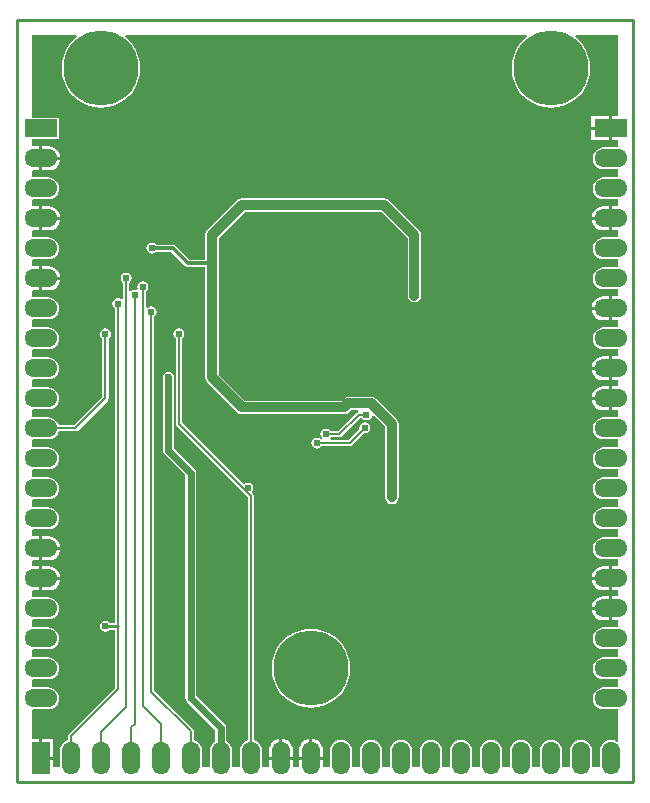
<source format=gbl>
G04*
G04 #@! TF.GenerationSoftware,Altium Limited,Altium Designer,19.0.14 (431)*
G04*
G04 Layer_Physical_Order=2*
G04 Layer_Color=16711680*
%FSLAX25Y25*%
%MOIN*%
G70*
G01*
G75*
%ADD13C,0.01000*%
%ADD42C,0.00800*%
%ADD43C,0.02400*%
%ADD45C,0.03200*%
%ADD46C,0.01200*%
%ADD50C,0.25000*%
%ADD51R,0.11000X0.06000*%
%ADD52O,0.11000X0.06000*%
%ADD53R,0.06000X0.11000*%
%ADD54O,0.06000X0.11000*%
%ADD55C,0.02400*%
%ADD56C,0.01968*%
G36*
X200457Y222000D02*
X198500D01*
Y218000D01*
Y214000D01*
X200457D01*
Y211631D01*
X195500D01*
X194560Y211507D01*
X193684Y211145D01*
X192932Y210567D01*
X192355Y209816D01*
X191993Y208940D01*
X191869Y208000D01*
X191993Y207060D01*
X192355Y206185D01*
X192932Y205433D01*
X193684Y204855D01*
X194560Y204493D01*
X195500Y204369D01*
X200457D01*
Y201631D01*
X195500D01*
X194560Y201507D01*
X193684Y201145D01*
X192932Y200568D01*
X192355Y199815D01*
X191993Y198940D01*
X191869Y198000D01*
X191993Y197060D01*
X192355Y196185D01*
X192932Y195432D01*
X193684Y194855D01*
X194560Y194493D01*
X195500Y194369D01*
X200457D01*
Y192034D01*
X198500D01*
Y188000D01*
Y183966D01*
X200457D01*
Y181631D01*
X195500D01*
X194560Y181507D01*
X193684Y181145D01*
X192932Y180568D01*
X192355Y179815D01*
X191993Y178940D01*
X191869Y178000D01*
X191993Y177060D01*
X192355Y176184D01*
X192932Y175432D01*
X193684Y174855D01*
X194560Y174493D01*
X195500Y174369D01*
X200457D01*
Y171631D01*
X195500D01*
X194560Y171507D01*
X193684Y171145D01*
X192932Y170568D01*
X192355Y169816D01*
X191993Y168940D01*
X191869Y168000D01*
X191993Y167060D01*
X192355Y166184D01*
X192932Y165432D01*
X193684Y164855D01*
X194560Y164493D01*
X195500Y164369D01*
X200457D01*
Y162034D01*
X198500D01*
Y158000D01*
Y153965D01*
X200457D01*
Y151631D01*
X195500D01*
X194560Y151507D01*
X193684Y151145D01*
X192932Y150568D01*
X192355Y149815D01*
X191993Y148940D01*
X191869Y148000D01*
X191993Y147060D01*
X192355Y146185D01*
X192932Y145432D01*
X193684Y144855D01*
X194560Y144493D01*
X195500Y144369D01*
X200457D01*
Y142034D01*
X198500D01*
Y138000D01*
Y133966D01*
X200457D01*
Y132035D01*
X198500D01*
Y128000D01*
Y123966D01*
X200457D01*
Y121631D01*
X195500D01*
X194560Y121507D01*
X193684Y121145D01*
X192932Y120568D01*
X192355Y119816D01*
X191993Y118940D01*
X191869Y118000D01*
X191993Y117060D01*
X192355Y116184D01*
X192932Y115432D01*
X193684Y114855D01*
X194560Y114493D01*
X195500Y114369D01*
X200457D01*
Y111631D01*
X195500D01*
X194560Y111507D01*
X193684Y111145D01*
X192932Y110568D01*
X192355Y109816D01*
X191993Y108940D01*
X191869Y108000D01*
X191993Y107060D01*
X192355Y106184D01*
X192932Y105432D01*
X193684Y104855D01*
X194560Y104493D01*
X195500Y104369D01*
X200457D01*
Y101631D01*
X195500D01*
X194560Y101507D01*
X193684Y101145D01*
X192932Y100568D01*
X192355Y99815D01*
X191993Y98940D01*
X191869Y98000D01*
X191993Y97060D01*
X192355Y96184D01*
X192932Y95432D01*
X193684Y94855D01*
X194560Y94493D01*
X195500Y94369D01*
X200457D01*
Y91631D01*
X195500D01*
X194560Y91507D01*
X193684Y91145D01*
X192932Y90568D01*
X192355Y89815D01*
X191993Y88940D01*
X191869Y88000D01*
X191993Y87060D01*
X192355Y86185D01*
X192932Y85432D01*
X193684Y84855D01*
X194560Y84493D01*
X195500Y84369D01*
X200457D01*
Y81631D01*
X195500D01*
X194560Y81507D01*
X193684Y81145D01*
X192932Y80568D01*
X192355Y79816D01*
X191993Y78940D01*
X191869Y78000D01*
X191993Y77060D01*
X192355Y76184D01*
X192932Y75432D01*
X193684Y74855D01*
X194560Y74493D01*
X195500Y74369D01*
X200457D01*
Y72035D01*
X198500D01*
Y68000D01*
Y63965D01*
X200457D01*
Y62034D01*
X198500D01*
Y58000D01*
Y53966D01*
X200457D01*
Y51631D01*
X195500D01*
X194560Y51507D01*
X193684Y51145D01*
X192932Y50568D01*
X192355Y49815D01*
X191993Y48940D01*
X191869Y48000D01*
X191993Y47060D01*
X192355Y46185D01*
X192932Y45432D01*
X193684Y44855D01*
X194560Y44493D01*
X195500Y44369D01*
X200457D01*
Y41631D01*
X195500D01*
X194560Y41507D01*
X193684Y41145D01*
X192932Y40567D01*
X192355Y39816D01*
X191993Y38940D01*
X191869Y38000D01*
X191993Y37060D01*
X192355Y36184D01*
X192932Y35432D01*
X193684Y34855D01*
X194560Y34493D01*
X195500Y34369D01*
X200457D01*
Y31631D01*
X195500D01*
X194560Y31507D01*
X193684Y31145D01*
X192932Y30567D01*
X192355Y29816D01*
X191993Y28940D01*
X191869Y28000D01*
X191993Y27060D01*
X192355Y26184D01*
X192932Y25433D01*
X193684Y24855D01*
X194560Y24493D01*
X195500Y24369D01*
X200457D01*
Y13831D01*
X199919Y13565D01*
X199815Y13645D01*
X198940Y14007D01*
X198000Y14131D01*
X197060Y14007D01*
X196185Y13645D01*
X195432Y13068D01*
X194855Y12315D01*
X194493Y11440D01*
X194369Y10500D01*
Y5500D01*
X194370Y5494D01*
X193974Y5043D01*
X192026D01*
X191630Y5494D01*
X191631Y5500D01*
Y10500D01*
X191507Y11440D01*
X191145Y12315D01*
X190568Y13068D01*
X189815Y13645D01*
X188940Y14007D01*
X188000Y14131D01*
X187060Y14007D01*
X186185Y13645D01*
X185432Y13068D01*
X184855Y12315D01*
X184493Y11440D01*
X184369Y10500D01*
Y5500D01*
X184370Y5494D01*
X183974Y5043D01*
X182026D01*
X181630Y5494D01*
X181631Y5500D01*
Y10500D01*
X181507Y11440D01*
X181145Y12315D01*
X180568Y13068D01*
X179815Y13645D01*
X178940Y14007D01*
X178000Y14131D01*
X177060Y14007D01*
X176184Y13645D01*
X175432Y13068D01*
X174855Y12315D01*
X174493Y11440D01*
X174369Y10500D01*
Y5500D01*
X174370Y5494D01*
X173974Y5043D01*
X172026D01*
X171630Y5494D01*
X171631Y5500D01*
Y10500D01*
X171507Y11440D01*
X171145Y12315D01*
X170568Y13068D01*
X169816Y13645D01*
X168940Y14007D01*
X168000Y14131D01*
X167060Y14007D01*
X166184Y13645D01*
X165432Y13068D01*
X164855Y12315D01*
X164493Y11440D01*
X164369Y10500D01*
Y5500D01*
X164370Y5494D01*
X163974Y5043D01*
X162026D01*
X161630Y5494D01*
X161631Y5500D01*
Y10500D01*
X161507Y11440D01*
X161145Y12315D01*
X160568Y13068D01*
X159816Y13645D01*
X158940Y14007D01*
X158000Y14131D01*
X157060Y14007D01*
X156184Y13645D01*
X155432Y13068D01*
X154855Y12315D01*
X154493Y11440D01*
X154369Y10500D01*
Y5500D01*
X154370Y5494D01*
X153974Y5043D01*
X152026D01*
X151630Y5494D01*
X151631Y5500D01*
Y10500D01*
X151507Y11440D01*
X151145Y12315D01*
X150568Y13068D01*
X149815Y13645D01*
X148940Y14007D01*
X148000Y14131D01*
X147060Y14007D01*
X146185Y13645D01*
X145432Y13068D01*
X144855Y12315D01*
X144493Y11440D01*
X144369Y10500D01*
Y5500D01*
X144370Y5494D01*
X143974Y5043D01*
X142026D01*
X141630Y5494D01*
X141631Y5500D01*
Y10500D01*
X141507Y11440D01*
X141145Y12315D01*
X140568Y13068D01*
X139815Y13645D01*
X138940Y14007D01*
X138000Y14131D01*
X137060Y14007D01*
X136185Y13645D01*
X135432Y13068D01*
X134855Y12315D01*
X134493Y11440D01*
X134369Y10500D01*
Y5500D01*
X134370Y5494D01*
X133974Y5043D01*
X132026D01*
X131630Y5494D01*
X131631Y5500D01*
Y10500D01*
X131507Y11440D01*
X131145Y12315D01*
X130568Y13068D01*
X129815Y13645D01*
X128940Y14007D01*
X128000Y14131D01*
X127060Y14007D01*
X126184Y13645D01*
X125432Y13068D01*
X124855Y12315D01*
X124493Y11440D01*
X124369Y10500D01*
Y5500D01*
X124370Y5494D01*
X123974Y5043D01*
X122026D01*
X121630Y5494D01*
X121631Y5500D01*
Y10500D01*
X121507Y11440D01*
X121145Y12315D01*
X120568Y13068D01*
X119816Y13645D01*
X118940Y14007D01*
X118000Y14131D01*
X117060Y14007D01*
X116184Y13645D01*
X115432Y13068D01*
X114855Y12315D01*
X114493Y11440D01*
X114369Y10500D01*
Y5500D01*
X114370Y5494D01*
X113974Y5043D01*
X112026D01*
X111630Y5494D01*
X111631Y5500D01*
Y10500D01*
X111507Y11440D01*
X111145Y12315D01*
X110568Y13068D01*
X109816Y13645D01*
X108940Y14007D01*
X108000Y14131D01*
X107060Y14007D01*
X106184Y13645D01*
X105432Y13068D01*
X104855Y12315D01*
X104493Y11440D01*
X104369Y10500D01*
Y5500D01*
X104370Y5494D01*
X103974Y5043D01*
X102429D01*
X102034Y5494D01*
X102034Y5500D01*
Y7500D01*
X98000D01*
X93966D01*
Y5500D01*
X93966Y5494D01*
X93571Y5043D01*
X92429D01*
X92034Y5494D01*
X92035Y5500D01*
Y7500D01*
X88000D01*
X83965D01*
Y5500D01*
X83966Y5494D01*
X83571Y5043D01*
X82026D01*
X81630Y5494D01*
X81631Y5500D01*
Y10500D01*
X81507Y11440D01*
X81145Y12315D01*
X80568Y13068D01*
X79816Y13645D01*
X79020Y13974D01*
Y95500D01*
X78942Y95890D01*
X78721Y96221D01*
X78293Y96649D01*
X78298Y96702D01*
X78696Y97298D01*
X78835Y98000D01*
X78696Y98702D01*
X78298Y99298D01*
X77702Y99696D01*
X77000Y99835D01*
X76298Y99696D01*
X75702Y99298D01*
X75649Y99292D01*
X55020Y119922D01*
Y148016D01*
X55298Y148202D01*
X55696Y148798D01*
X55835Y149500D01*
X55696Y150202D01*
X55298Y150798D01*
X54702Y151196D01*
X54000Y151335D01*
X53298Y151196D01*
X52702Y150798D01*
X52304Y150202D01*
X52165Y149500D01*
X52304Y148798D01*
X52702Y148202D01*
X52980Y148016D01*
Y119500D01*
X53058Y119110D01*
X53279Y118779D01*
X76980Y95078D01*
Y13974D01*
X76184Y13645D01*
X75432Y13068D01*
X74855Y12315D01*
X74493Y11440D01*
X74369Y10500D01*
Y5500D01*
X74370Y5494D01*
X73974Y5043D01*
X72026D01*
X71630Y5494D01*
X71631Y5500D01*
Y10500D01*
X71507Y11440D01*
X71145Y12315D01*
X70568Y13068D01*
X69835Y13629D01*
Y18000D01*
X69696Y18702D01*
X69298Y19298D01*
X59835Y28760D01*
Y103103D01*
X59696Y103805D01*
X59298Y104401D01*
X52335Y111363D01*
Y135000D01*
X52196Y135702D01*
X51798Y136298D01*
X51202Y136696D01*
X50500Y136835D01*
X49798Y136696D01*
X49202Y136298D01*
X48804Y135702D01*
X48665Y135000D01*
Y110603D01*
X48804Y109901D01*
X49202Y109305D01*
X56165Y102343D01*
Y28000D01*
X56304Y27298D01*
X56702Y26702D01*
X66165Y17240D01*
Y13629D01*
X65432Y13068D01*
X64855Y12315D01*
X64493Y11440D01*
X64369Y10500D01*
Y5500D01*
X64370Y5494D01*
X63974Y5043D01*
X62026D01*
X61630Y5494D01*
X61631Y5500D01*
Y10500D01*
X61507Y11440D01*
X61145Y12315D01*
X60568Y13068D01*
X59816Y13645D01*
X59020Y13974D01*
Y17000D01*
X58942Y17390D01*
X58721Y17721D01*
X45820Y30622D01*
Y155316D01*
X46098Y155502D01*
X46496Y156098D01*
X46635Y156800D01*
X46496Y157502D01*
X46098Y158098D01*
X45502Y158496D01*
X44800Y158635D01*
X44098Y158496D01*
X43620Y158176D01*
X43198Y158314D01*
X43020Y158442D01*
Y163716D01*
X43298Y163902D01*
X43696Y164498D01*
X43835Y165200D01*
X43696Y165902D01*
X43298Y166498D01*
X42702Y166896D01*
X42000Y167035D01*
X41298Y166896D01*
X40702Y166498D01*
X40304Y165902D01*
X40165Y165200D01*
X40293Y164556D01*
X40090Y164310D01*
X39844Y164107D01*
X39200Y164235D01*
X38498Y164096D01*
X38020Y163776D01*
X37598Y163914D01*
X37420Y164042D01*
Y166516D01*
X37698Y166702D01*
X38096Y167298D01*
X38235Y168000D01*
X38096Y168702D01*
X37698Y169298D01*
X37102Y169696D01*
X36400Y169835D01*
X35698Y169696D01*
X35102Y169298D01*
X34704Y168702D01*
X34565Y168000D01*
X34704Y167298D01*
X35102Y166702D01*
X35380Y166516D01*
Y161242D01*
X35202Y161114D01*
X34780Y160976D01*
X34302Y161296D01*
X33600Y161435D01*
X32898Y161296D01*
X32302Y160898D01*
X31904Y160302D01*
X31765Y159600D01*
X31904Y158898D01*
X32302Y158302D01*
X32580Y158116D01*
Y53122D01*
X30915D01*
X30798Y53298D01*
X30202Y53696D01*
X29500Y53835D01*
X28798Y53696D01*
X28202Y53298D01*
X27804Y52702D01*
X27665Y52000D01*
X27804Y51298D01*
X28202Y50702D01*
X28798Y50304D01*
X29500Y50165D01*
X30202Y50304D01*
X30798Y50702D01*
X30915Y50878D01*
X32580D01*
Y31522D01*
X17279Y16221D01*
X17058Y15890D01*
X16980Y15500D01*
Y13974D01*
X16184Y13645D01*
X15432Y13068D01*
X14855Y12315D01*
X14493Y11440D01*
X14369Y10500D01*
Y5500D01*
X14370Y5494D01*
X13974Y5043D01*
X12000D01*
Y7500D01*
X8000D01*
Y8000D01*
X7500D01*
Y14500D01*
X5043D01*
Y23974D01*
X5494Y24370D01*
X5500Y24369D01*
X10500D01*
X11440Y24493D01*
X12315Y24855D01*
X13068Y25433D01*
X13645Y26184D01*
X14007Y27060D01*
X14131Y28000D01*
X14007Y28940D01*
X13645Y29816D01*
X13068Y30567D01*
X12315Y31145D01*
X11440Y31507D01*
X10500Y31631D01*
X5500D01*
X5494Y31630D01*
X5043Y32026D01*
Y33974D01*
X5494Y34370D01*
X5500Y34369D01*
X10500D01*
X11440Y34493D01*
X12315Y34855D01*
X13068Y35432D01*
X13645Y36184D01*
X14007Y37060D01*
X14131Y38000D01*
X14007Y38940D01*
X13645Y39816D01*
X13068Y40567D01*
X12315Y41145D01*
X11440Y41507D01*
X10500Y41631D01*
X5500D01*
X5494Y41630D01*
X5043Y42026D01*
Y43974D01*
X5494Y44370D01*
X5500Y44369D01*
X10500D01*
X11440Y44493D01*
X12315Y44855D01*
X13068Y45432D01*
X13645Y46185D01*
X14007Y47060D01*
X14131Y48000D01*
X14007Y48940D01*
X13645Y49815D01*
X13068Y50568D01*
X12315Y51145D01*
X11440Y51507D01*
X10500Y51631D01*
X5500D01*
X5494Y51630D01*
X5043Y52026D01*
Y53974D01*
X5494Y54370D01*
X5500Y54369D01*
X10500D01*
X11440Y54493D01*
X12315Y54855D01*
X13068Y55432D01*
X13645Y56185D01*
X14007Y57060D01*
X14131Y58000D01*
X14007Y58940D01*
X13645Y59816D01*
X13068Y60568D01*
X12315Y61145D01*
X11440Y61507D01*
X10500Y61631D01*
X5500D01*
X5494Y61630D01*
X5043Y62026D01*
Y63571D01*
X5494Y63966D01*
X5500Y63965D01*
X7500D01*
Y68000D01*
Y72035D01*
X5500D01*
X5494Y72034D01*
X5043Y72429D01*
Y73571D01*
X5494Y73966D01*
X5500Y73966D01*
X7500D01*
Y78000D01*
Y82034D01*
X5500D01*
X5494Y82034D01*
X5043Y82429D01*
Y83974D01*
X5494Y84370D01*
X5500Y84369D01*
X10500D01*
X11440Y84493D01*
X12315Y84855D01*
X13068Y85432D01*
X13645Y86185D01*
X14007Y87060D01*
X14131Y88000D01*
X14007Y88940D01*
X13645Y89815D01*
X13068Y90568D01*
X12315Y91145D01*
X11440Y91507D01*
X10500Y91631D01*
X5500D01*
X5494Y91630D01*
X5043Y92026D01*
Y93974D01*
X5494Y94370D01*
X5500Y94369D01*
X10500D01*
X11440Y94493D01*
X12315Y94855D01*
X13068Y95432D01*
X13645Y96184D01*
X14007Y97060D01*
X14131Y98000D01*
X14007Y98940D01*
X13645Y99815D01*
X13068Y100568D01*
X12315Y101145D01*
X11440Y101507D01*
X10500Y101631D01*
X5500D01*
X5494Y101630D01*
X5043Y102026D01*
Y103974D01*
X5494Y104370D01*
X5500Y104369D01*
X10500D01*
X11440Y104493D01*
X12315Y104855D01*
X13068Y105432D01*
X13645Y106184D01*
X14007Y107060D01*
X14131Y108000D01*
X14007Y108940D01*
X13645Y109816D01*
X13068Y110568D01*
X12315Y111145D01*
X11440Y111507D01*
X10500Y111631D01*
X5500D01*
X5494Y111630D01*
X5043Y112026D01*
Y113974D01*
X5494Y114370D01*
X5500Y114369D01*
X10500D01*
X11440Y114493D01*
X12315Y114855D01*
X13068Y115432D01*
X13645Y116184D01*
X13974Y116980D01*
X19500D01*
X19890Y117058D01*
X20221Y117279D01*
X30221Y127279D01*
X30442Y127610D01*
X30520Y128000D01*
Y148016D01*
X30798Y148202D01*
X31196Y148798D01*
X31335Y149500D01*
X31196Y150202D01*
X30798Y150798D01*
X30202Y151196D01*
X29500Y151335D01*
X28798Y151196D01*
X28202Y150798D01*
X27804Y150202D01*
X27665Y149500D01*
X27804Y148798D01*
X28202Y148202D01*
X28480Y148016D01*
Y128422D01*
X19078Y119020D01*
X13974D01*
X13645Y119816D01*
X13068Y120568D01*
X12315Y121145D01*
X11440Y121507D01*
X10500Y121631D01*
X5500D01*
X5494Y121630D01*
X5043Y122026D01*
Y123974D01*
X5494Y124370D01*
X5500Y124369D01*
X10500D01*
X11440Y124493D01*
X12315Y124855D01*
X13068Y125432D01*
X13645Y126184D01*
X14007Y127060D01*
X14131Y128000D01*
X14007Y128940D01*
X13645Y129815D01*
X13068Y130568D01*
X12315Y131145D01*
X11440Y131507D01*
X10500Y131631D01*
X5500D01*
X5494Y131630D01*
X5043Y132026D01*
Y133974D01*
X5494Y134370D01*
X5500Y134369D01*
X10500D01*
X11440Y134493D01*
X12315Y134855D01*
X13068Y135432D01*
X13645Y136185D01*
X14007Y137060D01*
X14131Y138000D01*
X14007Y138940D01*
X13645Y139815D01*
X13068Y140568D01*
X12315Y141145D01*
X11440Y141507D01*
X10500Y141631D01*
X5500D01*
X5494Y141630D01*
X5043Y142026D01*
Y143974D01*
X5494Y144370D01*
X5500Y144369D01*
X10500D01*
X11440Y144493D01*
X12315Y144855D01*
X13068Y145432D01*
X13645Y146185D01*
X14007Y147060D01*
X14131Y148000D01*
X14007Y148940D01*
X13645Y149815D01*
X13068Y150568D01*
X12315Y151145D01*
X11440Y151507D01*
X10500Y151631D01*
X5500D01*
X5494Y151630D01*
X5043Y152026D01*
Y153974D01*
X5494Y154370D01*
X5500Y154369D01*
X10500D01*
X11440Y154493D01*
X12315Y154855D01*
X13068Y155432D01*
X13645Y156184D01*
X14007Y157060D01*
X14131Y158000D01*
X14007Y158940D01*
X13645Y159816D01*
X13068Y160568D01*
X12315Y161145D01*
X11440Y161507D01*
X10500Y161631D01*
X5500D01*
X5494Y161630D01*
X5043Y162026D01*
Y163571D01*
X5494Y163966D01*
X5500Y163965D01*
X7500D01*
Y168000D01*
Y172035D01*
X5500D01*
X5494Y172034D01*
X5043Y172429D01*
Y173974D01*
X5494Y174370D01*
X5500Y174369D01*
X10500D01*
X11440Y174493D01*
X12315Y174855D01*
X13068Y175432D01*
X13645Y176184D01*
X14007Y177060D01*
X14131Y178000D01*
X14007Y178940D01*
X13645Y179815D01*
X13068Y180568D01*
X12315Y181145D01*
X11440Y181507D01*
X10500Y181631D01*
X5500D01*
X5494Y181630D01*
X5043Y182026D01*
Y183571D01*
X5494Y183966D01*
X5500Y183966D01*
X7500D01*
Y188000D01*
Y192034D01*
X5500D01*
X5494Y192034D01*
X5043Y192429D01*
Y193974D01*
X5494Y194370D01*
X5500Y194369D01*
X10500D01*
X11440Y194493D01*
X12315Y194855D01*
X13068Y195432D01*
X13645Y196185D01*
X14007Y197060D01*
X14131Y198000D01*
X14007Y198940D01*
X13645Y199815D01*
X13068Y200568D01*
X12315Y201145D01*
X11440Y201507D01*
X10500Y201631D01*
X5500D01*
X5494Y201630D01*
X5043Y202026D01*
Y203571D01*
X5494Y203966D01*
X5500Y203965D01*
X7500D01*
Y208000D01*
Y212035D01*
X5500D01*
X5494Y212034D01*
X5043Y212429D01*
Y214400D01*
X14100D01*
Y221600D01*
X5043D01*
Y248957D01*
X19734D01*
X19955Y248357D01*
X18708Y247292D01*
X17369Y245724D01*
X16292Y243966D01*
X15503Y242061D01*
X15021Y240056D01*
X14860Y238000D01*
X15021Y235944D01*
X15503Y233939D01*
X16292Y232034D01*
X17369Y230276D01*
X18708Y228708D01*
X20276Y227369D01*
X22034Y226292D01*
X23939Y225503D01*
X25944Y225021D01*
X28000Y224859D01*
X30056Y225021D01*
X32061Y225503D01*
X33966Y226292D01*
X35724Y227369D01*
X37292Y228708D01*
X38631Y230276D01*
X39708Y232034D01*
X40497Y233939D01*
X40979Y235944D01*
X41140Y238000D01*
X40979Y240056D01*
X40497Y242061D01*
X39708Y243966D01*
X38631Y245724D01*
X37292Y247292D01*
X36045Y248357D01*
X36266Y248957D01*
X169734D01*
X169955Y248357D01*
X168708Y247292D01*
X167369Y245724D01*
X166292Y243966D01*
X165503Y242061D01*
X165021Y240056D01*
X164859Y238000D01*
X165021Y235944D01*
X165503Y233939D01*
X166292Y232034D01*
X167369Y230276D01*
X168708Y228708D01*
X170276Y227369D01*
X172034Y226292D01*
X173939Y225503D01*
X175944Y225021D01*
X178000Y224859D01*
X180056Y225021D01*
X182061Y225503D01*
X183966Y226292D01*
X185724Y227369D01*
X187292Y228708D01*
X188631Y230276D01*
X189708Y232034D01*
X190497Y233939D01*
X190979Y235944D01*
X191140Y238000D01*
X190979Y240056D01*
X190497Y242061D01*
X189708Y243966D01*
X188631Y245724D01*
X187292Y247292D01*
X186045Y248357D01*
X186266Y248957D01*
X200457D01*
Y222000D01*
D02*
G37*
%LPC*%
G36*
X197500D02*
X191500D01*
Y218500D01*
X197500D01*
Y222000D01*
D02*
G37*
G36*
Y217500D02*
X191500D01*
Y214000D01*
X197500D01*
Y217500D01*
D02*
G37*
G36*
X10500Y212035D02*
X8500D01*
Y208500D01*
X14469D01*
X14397Y209044D01*
X13994Y210017D01*
X13353Y210853D01*
X12517Y211494D01*
X11544Y211897D01*
X10500Y212035D01*
D02*
G37*
G36*
X14469Y207500D02*
X8500D01*
Y203965D01*
X10500D01*
X11544Y204103D01*
X12517Y204506D01*
X13353Y205147D01*
X13994Y205983D01*
X14397Y206956D01*
X14469Y207500D01*
D02*
G37*
G36*
X197500Y192034D02*
X195500D01*
X194456Y191897D01*
X193483Y191494D01*
X192647Y190853D01*
X192006Y190017D01*
X191603Y189044D01*
X191531Y188500D01*
X197500D01*
Y192034D01*
D02*
G37*
G36*
X10500D02*
X8500D01*
Y188500D01*
X14469D01*
X14397Y189044D01*
X13994Y190017D01*
X13353Y190853D01*
X12517Y191494D01*
X11544Y191897D01*
X10500Y192034D01*
D02*
G37*
G36*
X197500Y187500D02*
X191531D01*
X191603Y186956D01*
X192006Y185983D01*
X192647Y185147D01*
X193483Y184506D01*
X194456Y184103D01*
X195500Y183966D01*
X197500D01*
Y187500D01*
D02*
G37*
G36*
X14469D02*
X8500D01*
Y183966D01*
X10500D01*
X11544Y184103D01*
X12517Y184506D01*
X13353Y185147D01*
X13994Y185983D01*
X14397Y186956D01*
X14469Y187500D01*
D02*
G37*
G36*
X10500Y172035D02*
X8500D01*
Y168500D01*
X14469D01*
X14397Y169044D01*
X13994Y170017D01*
X13353Y170853D01*
X12517Y171494D01*
X11544Y171897D01*
X10500Y172035D01*
D02*
G37*
G36*
X14469Y167500D02*
X8500D01*
Y163965D01*
X10500D01*
X11544Y164103D01*
X12517Y164506D01*
X13353Y165147D01*
X13994Y165983D01*
X14397Y166956D01*
X14469Y167500D01*
D02*
G37*
G36*
X122500Y194743D02*
X75000D01*
X74142Y194572D01*
X73414Y194086D01*
X63414Y184086D01*
X62928Y183358D01*
X62757Y182500D01*
Y174223D01*
X57507D01*
X52865Y178865D01*
X52468Y179130D01*
X52000Y179224D01*
X46347D01*
X46298Y179298D01*
X45702Y179696D01*
X45000Y179835D01*
X44298Y179696D01*
X43702Y179298D01*
X43304Y178702D01*
X43165Y178000D01*
X43304Y177298D01*
X43702Y176702D01*
X44298Y176304D01*
X45000Y176165D01*
X45702Y176304D01*
X46298Y176702D01*
X46347Y176777D01*
X51493D01*
X56135Y172135D01*
X56532Y171870D01*
X57000Y171776D01*
X62757D01*
Y168500D01*
Y135000D01*
X62928Y134142D01*
X63414Y133414D01*
X73414Y123414D01*
X74142Y122928D01*
X75000Y122757D01*
X109137D01*
X109995Y122928D01*
X110723Y123414D01*
X111366Y124057D01*
X113626D01*
X113685Y123457D01*
X113610Y123442D01*
X113279Y123221D01*
X107078Y117020D01*
X104484D01*
X104298Y117298D01*
X103702Y117696D01*
X103000Y117835D01*
X102298Y117696D01*
X101702Y117298D01*
X101304Y116702D01*
X101165Y116000D01*
X101304Y115298D01*
X101608Y114844D01*
X101175Y114411D01*
X100702Y114727D01*
X100000Y114867D01*
X99298Y114727D01*
X98702Y114329D01*
X98304Y113734D01*
X98165Y113031D01*
X98304Y112329D01*
X98702Y111734D01*
X99298Y111336D01*
X100000Y111196D01*
X100702Y111336D01*
X101298Y111734D01*
X101484Y112012D01*
X110878D01*
X111268Y112090D01*
X111599Y112311D01*
X115672Y116384D01*
X116000Y116318D01*
X116702Y116458D01*
X117298Y116856D01*
X117696Y117451D01*
X117835Y118154D01*
X117696Y118856D01*
X117298Y119451D01*
X116702Y119849D01*
X116000Y119989D01*
X115298Y119849D01*
X114702Y119451D01*
X114304Y118856D01*
X114165Y118154D01*
X114230Y117825D01*
X110456Y114051D01*
X104666D01*
X104418Y114651D01*
X104668Y114980D01*
X107500D01*
X107890Y115058D01*
X108221Y115279D01*
X114422Y121480D01*
X115016D01*
X115202Y121202D01*
X115798Y120804D01*
X116500Y120665D01*
X117202Y120804D01*
X117798Y121202D01*
X118196Y121798D01*
X118255Y122098D01*
X118906Y122295D01*
X122757Y118445D01*
Y110000D01*
Y100000D01*
Y95000D01*
X122928Y94142D01*
X123414Y93414D01*
X124142Y92928D01*
X125000Y92757D01*
X125858Y92928D01*
X126586Y93414D01*
X127072Y94142D01*
X127243Y95000D01*
Y100000D01*
Y110000D01*
Y119374D01*
X127072Y120232D01*
X126586Y120960D01*
X119660Y127886D01*
X118932Y128372D01*
X118074Y128543D01*
X110437D01*
X109579Y128372D01*
X108851Y127886D01*
X108208Y127243D01*
X75929D01*
X67243Y135929D01*
Y168500D01*
Y173000D01*
Y181571D01*
X75929Y190257D01*
X121571D01*
X130257Y181571D01*
Y162244D01*
X130428Y161386D01*
X130914Y160658D01*
X131642Y160172D01*
X132500Y160001D01*
X133358Y160172D01*
X134086Y160658D01*
X134572Y161386D01*
X134743Y162244D01*
Y182500D01*
X134572Y183358D01*
X134086Y184086D01*
X124086Y194086D01*
X123358Y194572D01*
X122500Y194743D01*
D02*
G37*
G36*
X197500Y162034D02*
X195500D01*
X194456Y161897D01*
X193483Y161494D01*
X192647Y160853D01*
X192006Y160017D01*
X191603Y159044D01*
X191531Y158500D01*
X197500D01*
Y162034D01*
D02*
G37*
G36*
Y157500D02*
X191531D01*
X191603Y156956D01*
X192006Y155983D01*
X192647Y155147D01*
X193483Y154506D01*
X194456Y154103D01*
X195500Y153965D01*
X197500D01*
Y157500D01*
D02*
G37*
G36*
Y142034D02*
X195500D01*
X194456Y141897D01*
X193483Y141494D01*
X192647Y140853D01*
X192006Y140017D01*
X191603Y139044D01*
X191531Y138500D01*
X197500D01*
Y142034D01*
D02*
G37*
G36*
Y137500D02*
X191531D01*
X191603Y136956D01*
X192006Y135983D01*
X192647Y135147D01*
X193483Y134506D01*
X194456Y134103D01*
X195500Y133966D01*
X197500D01*
Y137500D01*
D02*
G37*
G36*
Y132035D02*
X195500D01*
X194456Y131897D01*
X193483Y131494D01*
X192647Y130853D01*
X192006Y130017D01*
X191603Y129044D01*
X191531Y128500D01*
X197500D01*
Y132035D01*
D02*
G37*
G36*
Y127500D02*
X191531D01*
X191603Y126956D01*
X192006Y125983D01*
X192647Y125147D01*
X193483Y124506D01*
X194456Y124103D01*
X195500Y123966D01*
X197500D01*
Y127500D01*
D02*
G37*
G36*
X10500Y82034D02*
X8500D01*
Y78500D01*
X14469D01*
X14397Y79044D01*
X13994Y80017D01*
X13353Y80853D01*
X12517Y81494D01*
X11544Y81897D01*
X10500Y82034D01*
D02*
G37*
G36*
X14469Y77500D02*
X8500D01*
Y73966D01*
X10500D01*
X11544Y74103D01*
X12517Y74506D01*
X13353Y75147D01*
X13994Y75983D01*
X14397Y76956D01*
X14469Y77500D01*
D02*
G37*
G36*
X197500Y72035D02*
X195500D01*
X194456Y71897D01*
X193483Y71494D01*
X192647Y70853D01*
X192006Y70017D01*
X191603Y69044D01*
X191531Y68500D01*
X197500D01*
Y72035D01*
D02*
G37*
G36*
X10500D02*
X8500D01*
Y68500D01*
X14469D01*
X14397Y69044D01*
X13994Y70017D01*
X13353Y70853D01*
X12517Y71494D01*
X11544Y71897D01*
X10500Y72035D01*
D02*
G37*
G36*
X197500Y67500D02*
X191531D01*
X191603Y66956D01*
X192006Y65983D01*
X192647Y65147D01*
X193483Y64506D01*
X194456Y64103D01*
X195500Y63965D01*
X197500D01*
Y67500D01*
D02*
G37*
G36*
X14469D02*
X8500D01*
Y63965D01*
X10500D01*
X11544Y64103D01*
X12517Y64506D01*
X13353Y65147D01*
X13994Y65983D01*
X14397Y66956D01*
X14469Y67500D01*
D02*
G37*
G36*
X197500Y62034D02*
X195500D01*
X194456Y61897D01*
X193483Y61494D01*
X192647Y60853D01*
X192006Y60017D01*
X191603Y59044D01*
X191531Y58500D01*
X197500D01*
Y62034D01*
D02*
G37*
G36*
Y57500D02*
X191531D01*
X191603Y56956D01*
X192006Y55983D01*
X192647Y55147D01*
X193483Y54506D01*
X194456Y54103D01*
X195500Y53966D01*
X197500D01*
Y57500D01*
D02*
G37*
G36*
X98000Y51140D02*
X95944Y50979D01*
X93939Y50497D01*
X92034Y49708D01*
X90276Y48631D01*
X88708Y47292D01*
X87369Y45724D01*
X86292Y43966D01*
X85503Y42061D01*
X85021Y40056D01*
X84860Y38000D01*
X85021Y35944D01*
X85503Y33939D01*
X86292Y32034D01*
X87369Y30276D01*
X88708Y28708D01*
X90276Y27369D01*
X92034Y26292D01*
X93939Y25503D01*
X95944Y25021D01*
X98000Y24859D01*
X100056Y25021D01*
X102061Y25503D01*
X103966Y26292D01*
X105724Y27369D01*
X107292Y28708D01*
X108631Y30276D01*
X109708Y32034D01*
X110497Y33939D01*
X110979Y35944D01*
X111141Y38000D01*
X110979Y40056D01*
X110497Y42061D01*
X109708Y43966D01*
X108631Y45724D01*
X107292Y47292D01*
X105724Y48631D01*
X103966Y49708D01*
X102061Y50497D01*
X100056Y50979D01*
X98000Y51140D01*
D02*
G37*
G36*
X98500Y14469D02*
Y8500D01*
X102034D01*
Y10500D01*
X101897Y11544D01*
X101494Y12517D01*
X100853Y13353D01*
X100017Y13994D01*
X99044Y14397D01*
X98500Y14469D01*
D02*
G37*
G36*
X88500D02*
Y8500D01*
X92035D01*
Y10500D01*
X91897Y11544D01*
X91494Y12517D01*
X90853Y13353D01*
X90017Y13994D01*
X89044Y14397D01*
X88500Y14469D01*
D02*
G37*
G36*
X12000Y14500D02*
X8500D01*
Y8500D01*
X12000D01*
Y14500D01*
D02*
G37*
G36*
X97500Y14469D02*
X96956Y14397D01*
X95983Y13994D01*
X95147Y13353D01*
X94506Y12517D01*
X94103Y11544D01*
X93966Y10500D01*
Y8500D01*
X97500D01*
Y14469D01*
D02*
G37*
G36*
X87500D02*
X86956Y14397D01*
X85983Y13994D01*
X85147Y13353D01*
X84506Y12517D01*
X84103Y11544D01*
X83965Y10500D01*
Y8500D01*
X87500D01*
Y14469D01*
D02*
G37*
%LPD*%
D13*
X29500Y52000D02*
X33600D01*
X0Y0D02*
Y254000D01*
X205500D01*
Y0D02*
Y254000D01*
X0Y0D02*
X205500D01*
D42*
X33600Y52000D02*
Y159600D01*
Y31100D02*
Y52000D01*
X107500Y116000D02*
X114000Y122500D01*
X116500D01*
X103000Y116000D02*
X107500D01*
X110878Y113031D02*
X116000Y118154D01*
X100000Y113031D02*
X110878D01*
X54000Y119500D02*
X78000Y95500D01*
X28000Y8000D02*
Y16800D01*
X38000Y8000D02*
Y18400D01*
X58000Y8000D02*
Y17000D01*
X18000Y8000D02*
Y15500D01*
X42000Y25500D02*
X48000Y19500D01*
Y8000D02*
Y19500D01*
X38000Y18400D02*
X39200Y19600D01*
X42000Y25500D02*
Y165200D01*
X39200Y19600D02*
Y162400D01*
X28000Y16800D02*
X36400Y25200D01*
X18000Y15500D02*
X33600Y31100D01*
X36400Y25200D02*
Y168000D01*
X44800Y30200D02*
X58000Y17000D01*
X44800Y30200D02*
Y156800D01*
X8000Y118000D02*
X19500D01*
X29500Y128000D01*
Y149500D01*
X78000Y8000D02*
Y95500D01*
X54000Y119500D02*
Y149500D01*
D43*
X58000Y28000D02*
Y103103D01*
X50500Y110603D02*
X58000Y103103D01*
X50500Y110603D02*
Y135000D01*
X68000Y8000D02*
Y18000D01*
X58000Y28000D02*
X68000Y18000D01*
D45*
X125000Y110000D02*
Y119374D01*
Y100000D02*
Y110000D01*
X101500Y125000D02*
X109137D01*
X75000D02*
X101500D01*
X118074Y126300D02*
X125000Y119374D01*
X110437Y126300D02*
X118074D01*
X109137Y125000D02*
X110437Y126300D01*
X65000Y173000D02*
Y182500D01*
Y168500D02*
Y173000D01*
X75000Y192500D02*
X95000D01*
X125000Y95000D02*
Y100000D01*
X65000Y135000D02*
X75000Y125000D01*
X65000Y182500D02*
X75000Y192500D01*
X122500D02*
X132500Y182500D01*
X65000Y135000D02*
Y168500D01*
X95000Y192500D02*
X113500D01*
X122500D01*
X132500Y162244D02*
Y182500D01*
D46*
X57000Y173000D02*
X65000D01*
X52000Y178000D02*
X57000Y173000D01*
X45000Y178000D02*
X52000D01*
D50*
X98000Y38000D02*
D03*
X28000Y238000D02*
D03*
X178000D02*
D03*
D51*
X8000Y218000D02*
D03*
X198000D02*
D03*
D52*
X8000Y208000D02*
D03*
Y198000D02*
D03*
Y188000D02*
D03*
Y178000D02*
D03*
Y168000D02*
D03*
Y158000D02*
D03*
Y148000D02*
D03*
Y138000D02*
D03*
Y128000D02*
D03*
Y118000D02*
D03*
Y108000D02*
D03*
Y98000D02*
D03*
Y88000D02*
D03*
Y78000D02*
D03*
Y68000D02*
D03*
Y58000D02*
D03*
Y48000D02*
D03*
Y38000D02*
D03*
Y28000D02*
D03*
X198000Y208000D02*
D03*
Y198000D02*
D03*
Y188000D02*
D03*
Y178000D02*
D03*
Y168000D02*
D03*
Y158000D02*
D03*
Y148000D02*
D03*
Y138000D02*
D03*
Y128000D02*
D03*
Y118000D02*
D03*
Y108000D02*
D03*
Y98000D02*
D03*
Y88000D02*
D03*
Y78000D02*
D03*
Y68000D02*
D03*
Y58000D02*
D03*
Y48000D02*
D03*
Y38000D02*
D03*
Y28000D02*
D03*
D53*
X8000Y8000D02*
D03*
D54*
X18000D02*
D03*
X28000D02*
D03*
X38000D02*
D03*
X48000D02*
D03*
X58000D02*
D03*
X68000D02*
D03*
X78000D02*
D03*
X88000D02*
D03*
X98000D02*
D03*
X108000D02*
D03*
X118000D02*
D03*
X128000D02*
D03*
X138000D02*
D03*
X148000D02*
D03*
X158000D02*
D03*
X168000D02*
D03*
X178000D02*
D03*
X188000D02*
D03*
X198000D02*
D03*
D55*
X182500Y192500D02*
D03*
X132500Y162244D02*
D03*
X29500Y52000D02*
D03*
X116500Y122500D02*
D03*
X116000Y118154D02*
D03*
X100000Y113031D02*
D03*
X103000Y116000D02*
D03*
X101500Y125000D02*
D03*
X77000Y98000D02*
D03*
X45000Y178000D02*
D03*
X154000Y145000D02*
D03*
X102500Y217500D02*
D03*
X110000D02*
D03*
X122500Y182500D02*
D03*
X115000Y200000D02*
D03*
X117500Y210000D02*
D03*
X95000D02*
D03*
X97500Y200000D02*
D03*
X60000Y140000D02*
D03*
X150000Y137500D02*
D03*
Y130000D02*
D03*
Y122500D02*
D03*
X27500Y155000D02*
D03*
Y117500D02*
D03*
Y107500D02*
D03*
X50000Y142500D02*
D03*
X27500Y97500D02*
D03*
Y87500D02*
D03*
Y77500D02*
D03*
Y67500D02*
D03*
Y57500D02*
D03*
X52500Y97500D02*
D03*
Y87500D02*
D03*
Y77500D02*
D03*
Y67500D02*
D03*
Y57500D02*
D03*
X70000Y97500D02*
D03*
Y87500D02*
D03*
Y77500D02*
D03*
Y67500D02*
D03*
Y57500D02*
D03*
X62500Y97500D02*
D03*
Y87500D02*
D03*
Y77500D02*
D03*
Y67500D02*
D03*
Y57500D02*
D03*
X27500Y37500D02*
D03*
X52500Y47500D02*
D03*
Y37500D02*
D03*
X62500D02*
D03*
Y47500D02*
D03*
X70000D02*
D03*
Y37500D02*
D03*
Y27500D02*
D03*
X170000Y122500D02*
D03*
Y130000D02*
D03*
Y137500D02*
D03*
X160000Y22500D02*
D03*
X177500Y52500D02*
D03*
X165000D02*
D03*
X152500D02*
D03*
X142500Y62500D02*
D03*
X117500Y92500D02*
D03*
Y107500D02*
D03*
X39200Y162400D02*
D03*
X42000Y165200D02*
D03*
X36400Y168000D02*
D03*
X125000Y100000D02*
D03*
Y95000D02*
D03*
X33600Y159600D02*
D03*
X65000Y168500D02*
D03*
X95000Y192500D02*
D03*
X113500D02*
D03*
X44800Y156800D02*
D03*
X125000Y110000D02*
D03*
X165000Y187500D02*
D03*
X160000Y182500D02*
D03*
X155000Y177500D02*
D03*
X150000Y172500D02*
D03*
X145000Y167500D02*
D03*
X175000Y197500D02*
D03*
X182500Y202500D02*
D03*
X190000D02*
D03*
X170000Y180000D02*
D03*
X165000Y175000D02*
D03*
X152500Y187500D02*
D03*
X157500Y192500D02*
D03*
X147500Y182500D02*
D03*
X170000Y205000D02*
D03*
X175000Y210000D02*
D03*
X75000Y182500D02*
D03*
X60000Y177500D02*
D03*
X55000Y182500D02*
D03*
X60000Y187500D02*
D03*
X50000Y192500D02*
D03*
X57500Y200000D02*
D03*
X25000Y192500D02*
D03*
Y202500D02*
D03*
X132500Y92500D02*
D03*
X137500D02*
D03*
X29500Y149500D02*
D03*
X58000Y28000D02*
D03*
X54000Y149500D02*
D03*
X65000Y135000D02*
D03*
X50500D02*
D03*
D56*
X92682Y165746D02*
D03*
X97013D02*
D03*
X101343D02*
D03*
X105674D02*
D03*
X92682Y161416D02*
D03*
X97013D02*
D03*
X101343D02*
D03*
X105674D02*
D03*
X92682Y157085D02*
D03*
X97013D02*
D03*
X101343D02*
D03*
X105674D02*
D03*
X92682Y152754D02*
D03*
X97013D02*
D03*
X101343D02*
D03*
X105674D02*
D03*
M02*

</source>
